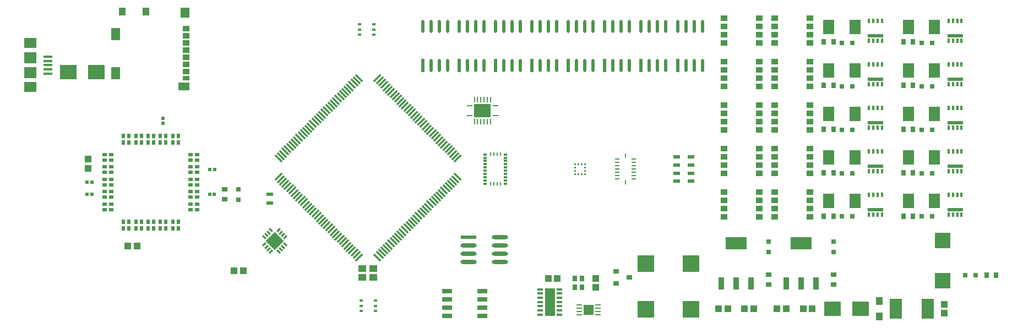
<source format=gbr>
%TF.GenerationSoftware,Altium Limited,Altium Designer,22.4.2 (48)*%
G04 Layer_Color=8421504*
%FSLAX45Y45*%
%MOMM*%
%TF.SameCoordinates,DD45EC1B-027E-4741-A071-7A00BA1CB46E*%
%TF.FilePolarity,Positive*%
%TF.FileFunction,Paste,Top*%
%TF.Part,Single*%
G01*
G75*
%TA.AperFunction,SMDPad,CuDef*%
%ADD17R,1.52500X0.65000*%
%ADD18R,1.78000X2.16000*%
%ADD19R,0.70000X0.90000*%
%ADD20R,2.45000X2.35000*%
%ADD21R,0.80000X0.90000*%
G04:AMPARAMS|DCode=22|XSize=0.85mm|YSize=0.25mm|CornerRadius=0.125mm|HoleSize=0mm|Usage=FLASHONLY|Rotation=0.000|XOffset=0mm|YOffset=0mm|HoleType=Round|Shape=RoundedRectangle|*
%AMROUNDEDRECTD22*
21,1,0.85000,0.00000,0,0,0.0*
21,1,0.60000,0.25000,0,0,0.0*
1,1,0.25000,0.30000,0.00000*
1,1,0.25000,-0.30000,0.00000*
1,1,0.25000,-0.30000,0.00000*
1,1,0.25000,0.30000,0.00000*
%
%ADD22ROUNDEDRECTD22*%
%ADD23R,1.50000X1.60000*%
%ADD24R,1.65000X4.25000*%
%ADD25R,0.85000X0.35000*%
%ADD26R,1.05000X1.10000*%
%ADD27R,1.10000X1.05000*%
G04:AMPARAMS|DCode=28|XSize=2.46916mm|YSize=0.62213mm|CornerRadius=0.31107mm|HoleSize=0mm|Usage=FLASHONLY|Rotation=0.000|XOffset=0mm|YOffset=0mm|HoleType=Round|Shape=RoundedRectangle|*
%AMROUNDEDRECTD28*
21,1,2.46916,0.00000,0,0,0.0*
21,1,1.84702,0.62213,0,0,0.0*
1,1,0.62213,0.92351,0.00000*
1,1,0.62213,-0.92351,0.00000*
1,1,0.62213,-0.92351,0.00000*
1,1,0.62213,0.92351,0.00000*
%
%ADD28ROUNDEDRECTD28*%
%ADD29R,2.46916X0.62213*%
G04:AMPARAMS|DCode=30|XSize=0.3mm|YSize=1.5mm|CornerRadius=0mm|HoleSize=0mm|Usage=FLASHONLY|Rotation=315.000|XOffset=0mm|YOffset=0mm|HoleType=Round|Shape=Rectangle|*
%AMROTATEDRECTD30*
4,1,4,-0.63640,-0.42426,0.42426,0.63640,0.63640,0.42426,-0.42426,-0.63640,-0.63640,-0.42426,0.0*
%
%ADD30ROTATEDRECTD30*%

%ADD31R,1.10000X0.60000*%
%TA.AperFunction,SMDPad,SMDef*%
%ADD32R,0.47500X0.35000*%
%ADD33R,0.25000X0.47500*%
%TA.AperFunction,SMDPad,CuDef*%
%ADD34R,0.51535X0.47247*%
%ADD35R,0.60000X0.40000*%
%ADD36R,0.90000X0.70000*%
%ADD37R,0.47247X0.51535*%
%ADD38R,0.80000X0.80000*%
%ADD39R,0.90000X1.85000*%
%ADD40R,2.50000X2.30000*%
%ADD41R,3.20000X1.85000*%
%ADD42R,0.80000X0.80000*%
%ADD43O,0.50000X2.00000*%
%ADD44R,0.50000X2.00000*%
%ADD45R,0.90000X0.80000*%
%ADD46R,2.50000X2.50000*%
%ADD47R,1.00000X1.15000*%
%ADD48R,1.95580X3.14960*%
%ADD49R,1.14000X0.91000*%
%ADD50R,0.40640X0.68580*%
%ADD51R,2.43840X0.55880*%
%TA.AperFunction,ConnectorPad*%
%ADD53R,1.35000X0.40000*%
%TA.AperFunction,SMDPad,CuDef*%
G04:AMPARAMS|DCode=56|XSize=0.3mm|YSize=1.5mm|CornerRadius=0mm|HoleSize=0mm|Usage=FLASHONLY|Rotation=45.000|XOffset=0mm|YOffset=0mm|HoleType=Round|Shape=Rectangle|*
%AMROTATEDRECTD56*
4,1,4,0.42426,-0.63640,-0.63640,0.42426,-0.42426,0.63640,0.63640,-0.42426,0.42426,-0.63640,0.0*
%
%ADD56ROTATEDRECTD56*%

%ADD57R,1.20000X1.00000*%
%ADD58R,0.67500X0.25000*%
%ADD59R,0.25000X0.67500*%
%ADD60R,0.85000X0.28000*%
%ADD61R,0.28000X0.85000*%
%ADD62R,2.55000X2.05000*%
%TA.AperFunction,ConnectorPad*%
%ADD65R,1.35000X1.90000*%
%ADD66R,1.00000X1.20000*%
%ADD67R,1.35000X1.55000*%
%ADD68R,1.10000X0.85000*%
%ADD69R,1.10000X0.75000*%
%ADD70R,1.80000X1.17000*%
%ADD71R,1.90000X1.80000*%
%TA.AperFunction,SMDPad,CuDef*%
%ADD72P,2.82843X4X180.0*%
G04:AMPARAMS|DCode=73|XSize=0.65mm|YSize=0.25mm|CornerRadius=0mm|HoleSize=0mm|Usage=FLASHONLY|Rotation=135.000|XOffset=0mm|YOffset=0mm|HoleType=Round|Shape=Rectangle|*
%AMROTATEDRECTD73*
4,1,4,0.31820,-0.14142,0.14142,-0.31820,-0.31820,0.14142,-0.14142,0.31820,0.31820,-0.14142,0.0*
%
%ADD73ROTATEDRECTD73*%

G04:AMPARAMS|DCode=74|XSize=0.65mm|YSize=0.25mm|CornerRadius=0mm|HoleSize=0mm|Usage=FLASHONLY|Rotation=45.000|XOffset=0mm|YOffset=0mm|HoleType=Round|Shape=Rectangle|*
%AMROTATEDRECTD74*
4,1,4,-0.14142,-0.31820,-0.31820,-0.14142,0.14142,0.31820,0.31820,0.14142,-0.14142,-0.31820,0.0*
%
%ADD74ROTATEDRECTD74*%

%TA.AperFunction,Conductor*%
%ADD76R,1.89997X1.57500*%
%TA.AperFunction,NonConductor*%
%ADD124R,0.58003X0.71999*%
%ADD125R,0.57998X0.71999*%
%ADD126R,0.72004X0.57998*%
%ADD127R,0.71999X0.57998*%
%ADD128R,0.71999X0.58003*%
%ADD129R,0.72004X0.58003*%
G36*
X9536416Y3487120D02*
X9537119Y3486416D01*
X9537500Y3485497D01*
Y3485000D01*
Y3465000D01*
Y3464503D01*
X9537119Y3463584D01*
X9536416Y3462881D01*
X9535497Y3462500D01*
X9512003D01*
X9511084Y3462881D01*
X9510381Y3463584D01*
X9510000Y3464503D01*
Y3465000D01*
Y3485000D01*
Y3485497D01*
X9510381Y3486416D01*
X9511084Y3487120D01*
X9512003Y3487500D01*
X9512500D01*
Y3487500D01*
X9535000Y3487500D01*
X9535497D01*
X9536416Y3487120D01*
D02*
G37*
G36*
Y3437119D02*
X9537119Y3436416D01*
X9537500Y3435497D01*
Y3435000D01*
Y3415000D01*
Y3414503D01*
X9537119Y3413584D01*
X9536416Y3412880D01*
X9535497Y3412500D01*
X9535000D01*
Y3412500D01*
X9512500Y3412500D01*
X9512003D01*
X9511084Y3412880D01*
X9510381Y3413584D01*
X9510000Y3414503D01*
Y3415000D01*
Y3435000D01*
Y3435497D01*
X9510381Y3436416D01*
X9511084Y3437119D01*
X9512003Y3437500D01*
X9535497D01*
X9536416Y3437119D01*
D02*
G37*
G36*
X9586416D02*
X9587120Y3436416D01*
X9587500Y3435497D01*
Y3435000D01*
X9587500D01*
X9587500Y3412500D01*
Y3412003D01*
X9587120Y3411084D01*
X9586416Y3410381D01*
X9585497Y3410000D01*
X9564503D01*
X9563584Y3410381D01*
X9562881Y3411084D01*
X9562500Y3412003D01*
Y3412500D01*
Y3435000D01*
Y3435497D01*
X9562881Y3436416D01*
X9563584Y3437119D01*
X9564503Y3437500D01*
X9585497D01*
X9586416Y3437119D01*
D02*
G37*
G36*
X9535000Y3537500D02*
X9535497D01*
X9536416Y3537119D01*
X9537119Y3536416D01*
X9537500Y3535497D01*
Y3535000D01*
D01*
Y3515000D01*
Y3514503D01*
X9537119Y3513584D01*
X9536416Y3512880D01*
X9535497Y3512500D01*
X9535000D01*
Y3512500D01*
X9512500Y3512500D01*
X9512003D01*
X9511084Y3512880D01*
X9510381Y3513584D01*
X9510000Y3514503D01*
Y3515000D01*
D01*
Y3535000D01*
Y3535497D01*
X9510381Y3536416D01*
X9511084Y3537119D01*
X9512003Y3537500D01*
X9512500D01*
D01*
X9535000D01*
D02*
G37*
G36*
X9537500Y3565000D02*
Y3564503D01*
X9537119Y3563584D01*
X9536416Y3562881D01*
X9535497Y3562500D01*
X9535000D01*
D01*
X9512500D01*
X9512003D01*
X9511084Y3562881D01*
X9510381Y3563584D01*
X9510000Y3564503D01*
Y3565000D01*
D01*
Y3585000D01*
Y3585497D01*
X9510381Y3586416D01*
X9511084Y3587120D01*
X9512003Y3587500D01*
X9512500D01*
Y3587500D01*
X9535000Y3587500D01*
X9535497D01*
X9536416Y3587120D01*
X9537119Y3586416D01*
X9537500Y3585497D01*
Y3585000D01*
D01*
Y3565000D01*
D02*
G37*
G36*
X9562500D02*
Y3587500D01*
Y3587997D01*
X9562881Y3588916D01*
X9563584Y3589619D01*
X9564503Y3590000D01*
X9565000D01*
D01*
X9585000D01*
X9585497D01*
X9586416Y3589619D01*
X9587120Y3588916D01*
X9587500Y3587997D01*
Y3587500D01*
X9587500D01*
X9587500Y3565000D01*
Y3564503D01*
X9587120Y3563584D01*
X9586416Y3562881D01*
X9585497Y3562500D01*
X9585000D01*
D01*
X9565000D01*
X9564503D01*
X9563584Y3562881D01*
X9562881Y3563584D01*
X9562500Y3564503D01*
Y3565000D01*
D01*
D02*
G37*
G36*
X9612500Y3435000D02*
Y3435497D01*
X9612880Y3436416D01*
X9613584Y3437119D01*
X9614503Y3437500D01*
X9615000D01*
D01*
X9635000D01*
X9635497D01*
X9636416Y3437119D01*
X9637119Y3436416D01*
X9637500Y3435497D01*
Y3435000D01*
D01*
Y3412500D01*
Y3412003D01*
X9637119Y3411084D01*
X9636416Y3410381D01*
X9635497Y3410000D01*
X9635000D01*
D01*
X9615000D01*
X9614503D01*
X9613584Y3410381D01*
X9612880Y3411084D01*
X9612500Y3412003D01*
Y3412500D01*
X9612500D01*
X9612500Y3435000D01*
D02*
G37*
G36*
X9687500Y3437500D02*
X9687997D01*
X9688916Y3437119D01*
X9689619Y3436416D01*
X9690000Y3435497D01*
Y3435000D01*
D01*
Y3415000D01*
Y3414503D01*
X9689619Y3413584D01*
X9688916Y3412880D01*
X9687997Y3412500D01*
X9687500D01*
Y3412500D01*
X9665000Y3412500D01*
X9664503D01*
X9663584Y3412880D01*
X9662881Y3413584D01*
X9662500Y3414503D01*
Y3415000D01*
D01*
Y3435000D01*
Y3435497D01*
X9662881Y3436416D01*
X9663584Y3437119D01*
X9664503Y3437500D01*
X9665000D01*
D01*
X9687500D01*
D02*
G37*
G36*
X9662500Y3465000D02*
Y3485000D01*
Y3485497D01*
X9662881Y3486416D01*
X9663584Y3487120D01*
X9664503Y3487500D01*
X9665000D01*
Y3487500D01*
X9687500Y3487500D01*
X9687997D01*
X9688916Y3487120D01*
X9689619Y3486416D01*
X9690000Y3485497D01*
Y3485000D01*
D01*
Y3465000D01*
Y3464503D01*
X9689619Y3463584D01*
X9688916Y3462881D01*
X9687997Y3462500D01*
X9687500D01*
D01*
X9665000D01*
X9664503D01*
X9663584Y3462881D01*
X9662881Y3463584D01*
X9662500Y3464503D01*
Y3465000D01*
D01*
D02*
G37*
G36*
X9688916Y3587120D02*
X9689619Y3586416D01*
X9690000Y3585497D01*
Y3585000D01*
Y3565000D01*
Y3564503D01*
X9689619Y3563584D01*
X9688916Y3562881D01*
X9687997Y3562500D01*
X9664503D01*
X9663584Y3562881D01*
X9662881Y3563584D01*
X9662500Y3564503D01*
Y3565000D01*
Y3585000D01*
Y3585497D01*
X9662881Y3586416D01*
X9663584Y3587120D01*
X9664503Y3587500D01*
X9665000D01*
Y3587500D01*
X9687500Y3587500D01*
X9687997D01*
X9688916Y3587120D01*
D02*
G37*
G36*
X9636416Y3589619D02*
X9637119Y3588916D01*
X9637500Y3587997D01*
Y3587500D01*
Y3565000D01*
Y3564503D01*
X9637119Y3563584D01*
X9636416Y3562881D01*
X9635497Y3562500D01*
X9614503D01*
X9613584Y3562881D01*
X9612880Y3563584D01*
X9612500Y3564503D01*
Y3565000D01*
X9612500D01*
X9612500Y3587500D01*
Y3587997D01*
X9612880Y3588916D01*
X9613584Y3589619D01*
X9614503Y3590000D01*
X9635497D01*
X9636416Y3589619D01*
D02*
G37*
G36*
X9688916Y3537119D02*
X9689619Y3536416D01*
X9690000Y3535497D01*
Y3535000D01*
Y3515000D01*
Y3514503D01*
X9689619Y3513584D01*
X9688916Y3512880D01*
X9687997Y3512500D01*
X9687500D01*
Y3512500D01*
X9665000Y3512500D01*
X9664503D01*
X9663584Y3512880D01*
X9662881Y3513584D01*
X9662500Y3514503D01*
Y3515000D01*
Y3535000D01*
Y3535497D01*
X9662881Y3536416D01*
X9663584Y3537119D01*
X9664503Y3537500D01*
X9687997D01*
X9688916Y3537119D01*
D02*
G37*
D17*
X7553800Y1240491D02*
D03*
Y1621491D02*
D03*
X8096200D02*
D03*
Y1494491D02*
D03*
Y1367491D02*
D03*
Y1240491D02*
D03*
X7553800Y1367491D02*
D03*
Y1494491D02*
D03*
D18*
X14647501Y5690000D02*
D03*
X13422499Y5690002D02*
D03*
X14647502Y5020002D02*
D03*
X13422501D02*
D03*
X14647499Y4350002D02*
D03*
X13422501D02*
D03*
X13422499Y3680002D02*
D03*
X14647501Y3010002D02*
D03*
X13422501D02*
D03*
X14647501Y3680002D02*
D03*
X13827498Y3010002D02*
D03*
X15052499Y5690000D02*
D03*
X13827499Y4350002D02*
D03*
X13827502Y3680002D02*
D03*
X13827498Y5020002D02*
D03*
X13827502Y5690002D02*
D03*
X15052498Y3680002D02*
D03*
X15052502Y4350002D02*
D03*
X15052499Y3010002D02*
D03*
X15052499Y5020002D02*
D03*
D19*
X14570000Y5455000D02*
D03*
X13344998Y5455001D02*
D03*
X14569998Y4785001D02*
D03*
X13345004D02*
D03*
X14569998Y4115001D02*
D03*
X13344998D02*
D03*
Y3445001D02*
D03*
X14569998Y2775001D02*
D03*
X13345004D02*
D03*
X16000002Y1865000D02*
D03*
X14570003Y3445001D02*
D03*
X15849998Y1865000D02*
D03*
X13495001Y2775001D02*
D03*
X14720000Y5455000D02*
D03*
X13494997Y4115001D02*
D03*
X13495001Y3445001D02*
D03*
Y4785001D02*
D03*
Y5455001D02*
D03*
X14720001Y3445001D02*
D03*
Y4115001D02*
D03*
X14719995Y2775001D02*
D03*
X14720001Y4785001D02*
D03*
D20*
X15174998Y2405000D02*
D03*
Y1785001D02*
D03*
D21*
X9630002Y1680001D02*
D03*
Y1820001D02*
D03*
X9520002D02*
D03*
Y1680001D02*
D03*
D22*
X9585002Y1410001D02*
D03*
Y1360001D02*
D03*
Y1310001D02*
D03*
Y1260001D02*
D03*
X9875002D02*
D03*
Y1310001D02*
D03*
Y1360001D02*
D03*
Y1410001D02*
D03*
D23*
X9730002Y1335001D02*
D03*
D24*
X9135002Y1455001D02*
D03*
D25*
X8990002Y1260001D02*
D03*
Y1325001D02*
D03*
Y1390001D02*
D03*
Y1455001D02*
D03*
Y1520001D02*
D03*
Y1585001D02*
D03*
Y1650001D02*
D03*
X9280002D02*
D03*
Y1585001D02*
D03*
Y1520001D02*
D03*
Y1455001D02*
D03*
Y1390001D02*
D03*
Y1325001D02*
D03*
Y1260001D02*
D03*
D26*
X9110002Y1815001D02*
D03*
X9250002D02*
D03*
X2785000Y2320000D02*
D03*
X2645000D02*
D03*
X4280000Y1935000D02*
D03*
X4420000D02*
D03*
X11730002Y1350000D02*
D03*
X12630002Y1349999D02*
D03*
X13169998Y1349999D02*
D03*
X13029999D02*
D03*
X11870001Y1350000D02*
D03*
X12269998Y1349999D02*
D03*
X12129999D02*
D03*
X12770001Y1349999D02*
D03*
D27*
X9845002Y1820001D02*
D03*
Y1680001D02*
D03*
X2035000Y3510000D02*
D03*
Y3650000D02*
D03*
X15200002Y1419998D02*
D03*
Y1279999D02*
D03*
D28*
X8371360Y2450500D02*
D03*
Y2323500D02*
D03*
Y2196500D02*
D03*
Y2069500D02*
D03*
X7888640D02*
D03*
Y2196500D02*
D03*
Y2323500D02*
D03*
D29*
Y2450500D02*
D03*
D30*
X6482843Y4899999D02*
D03*
X6518197Y4864645D02*
D03*
X6553554Y4829288D02*
D03*
X6588907Y4793935D02*
D03*
X6624264Y4758578D02*
D03*
X6659618Y4723224D02*
D03*
X6694975Y4687867D02*
D03*
X6730328Y4652514D02*
D03*
X6765685Y4617157D02*
D03*
X6801039Y4581803D02*
D03*
X6836396Y4546446D02*
D03*
X6871749Y4511093D02*
D03*
X6907106Y4475736D02*
D03*
X6942460Y4440382D02*
D03*
X6977817Y4405025D02*
D03*
X7013170Y4369671D02*
D03*
X7048528Y4334314D02*
D03*
X7083881Y4298961D02*
D03*
X7119238Y4263604D02*
D03*
X7154591Y4228250D02*
D03*
X7189949Y4192893D02*
D03*
X7225302Y4157540D02*
D03*
X7260659Y4122183D02*
D03*
X7296013Y4086829D02*
D03*
X7331370Y4051472D02*
D03*
X7366723Y4016119D02*
D03*
X7402080Y3980762D02*
D03*
X7437434Y3945408D02*
D03*
X7472791Y3910051D02*
D03*
X7508144Y3874698D02*
D03*
X7543501Y3839341D02*
D03*
X7578855Y3803987D02*
D03*
X7614212Y3768630D02*
D03*
X7649565Y3733277D02*
D03*
X7684922Y3697920D02*
D03*
X7720276Y3662566D02*
D03*
X6199998Y2142288D02*
D03*
X6164644Y2177641D02*
D03*
X6129287Y2212998D02*
D03*
X6093933Y2248352D02*
D03*
X6058576Y2283709D02*
D03*
X6023223Y2319062D02*
D03*
X5987866Y2354419D02*
D03*
X5952512Y2389773D02*
D03*
X5917155Y2425130D02*
D03*
X5881802Y2460484D02*
D03*
X5846445Y2495841D02*
D03*
X5811091Y2531194D02*
D03*
X5775734Y2566551D02*
D03*
X5740381Y2601904D02*
D03*
X5705024Y2637262D02*
D03*
X5669670Y2672615D02*
D03*
X5634313Y2707972D02*
D03*
X5598960Y2743325D02*
D03*
X5563603Y2778682D02*
D03*
X5528249Y2814036D02*
D03*
X5492892Y2849393D02*
D03*
X5457538Y2884747D02*
D03*
X5422181Y2920104D02*
D03*
X5386828Y2955457D02*
D03*
X5351471Y2990814D02*
D03*
X5316117Y3026168D02*
D03*
X5280760Y3061525D02*
D03*
X5245407Y3096878D02*
D03*
X5210050Y3132235D02*
D03*
X5174696Y3167589D02*
D03*
X5139339Y3202946D02*
D03*
X5103986Y3238299D02*
D03*
X5068629Y3273656D02*
D03*
X5033275Y3309010D02*
D03*
X4997918Y3344367D02*
D03*
X4962565Y3379720D02*
D03*
D31*
X11090002Y3687501D02*
D03*
Y3562498D02*
D03*
Y3437499D02*
D03*
Y3312501D02*
D03*
X11310001D02*
D03*
Y3437499D02*
D03*
Y3562498D02*
D03*
Y3687501D02*
D03*
X4830001Y3115002D02*
D03*
Y2974997D02*
D03*
D32*
X8143751Y3725002D02*
D03*
Y3675000D02*
D03*
Y3625002D02*
D03*
Y3575000D02*
D03*
Y3525002D02*
D03*
Y3475000D02*
D03*
Y3425003D02*
D03*
Y3375000D02*
D03*
Y3325003D02*
D03*
Y3275000D02*
D03*
X8456252D02*
D03*
Y3325003D02*
D03*
Y3375000D02*
D03*
Y3425003D02*
D03*
Y3475000D02*
D03*
Y3525002D02*
D03*
Y3575000D02*
D03*
Y3625002D02*
D03*
Y3675000D02*
D03*
Y3725002D02*
D03*
D33*
X8375003Y3731250D02*
D03*
X8325000D02*
D03*
X8274998D02*
D03*
X8225000D02*
D03*
Y3268752D02*
D03*
X8274998D02*
D03*
X8325000D02*
D03*
X8375003D02*
D03*
D34*
X2022144Y3110000D02*
D03*
X2097856D02*
D03*
X3977856D02*
D03*
X3902144D02*
D03*
X2097856Y3300000D02*
D03*
X2022144D02*
D03*
X3905000Y3490000D02*
D03*
X3980713D02*
D03*
D35*
X6235000Y1315000D02*
D03*
Y1395000D02*
D03*
Y1475000D02*
D03*
X6455000D02*
D03*
Y1395000D02*
D03*
Y1315000D02*
D03*
X6210000Y5565000D02*
D03*
Y5645000D02*
D03*
X6210000Y5725000D02*
D03*
X6430000D02*
D03*
Y5645000D02*
D03*
Y5565000D02*
D03*
D36*
X4135000Y3185000D02*
D03*
Y3035000D02*
D03*
X13499998Y1875001D02*
D03*
Y1724999D02*
D03*
X12500000Y1875001D02*
D03*
Y1724999D02*
D03*
D37*
X3190000Y4202143D02*
D03*
Y4277856D02*
D03*
D38*
X4345000Y3190000D02*
D03*
Y3030000D02*
D03*
X12500001Y2380002D02*
D03*
Y2219997D02*
D03*
X13500002Y2380000D02*
D03*
Y2220000D02*
D03*
D39*
X12770000Y1740000D02*
D03*
X11770000D02*
D03*
X12000000D02*
D03*
X12230000D02*
D03*
X13000000D02*
D03*
X13230000D02*
D03*
D40*
X13485001Y1350000D02*
D03*
X13914998D02*
D03*
X1730000Y4990000D02*
D03*
X2160000D02*
D03*
D41*
X12000000Y2360000D02*
D03*
X13000000D02*
D03*
D42*
X14855000Y5442500D02*
D03*
X15014999D02*
D03*
X13790002Y5442502D02*
D03*
X13629997D02*
D03*
X15014996Y4772502D02*
D03*
X14854997D02*
D03*
X13790002D02*
D03*
X13630002D02*
D03*
X15015002Y4102502D02*
D03*
X14854997D02*
D03*
X13789996D02*
D03*
X13629997D02*
D03*
X15015002Y3432502D02*
D03*
X14855002D02*
D03*
X13790002D02*
D03*
X13629997D02*
D03*
X15525002Y1865001D02*
D03*
X15685001D02*
D03*
X13790002Y2769998D02*
D03*
X13630002D02*
D03*
X14854997Y2770003D02*
D03*
X15014996D02*
D03*
D43*
X8679997Y5694998D02*
D03*
X8552997D02*
D03*
X8425997D02*
D03*
X8298997D02*
D03*
X8679997Y5094999D02*
D03*
X8552997D02*
D03*
X8425997D02*
D03*
X9239997Y5694998D02*
D03*
X9112997D02*
D03*
X8985997D02*
D03*
X8858997D02*
D03*
X9239997Y5094999D02*
D03*
X9112997D02*
D03*
X8985997D02*
D03*
X8119997Y5694998D02*
D03*
X7992997D02*
D03*
X7865997D02*
D03*
X7738997D02*
D03*
X8119997Y5094999D02*
D03*
X7992997D02*
D03*
X7865997D02*
D03*
X7305998D02*
D03*
X7432998D02*
D03*
X7559998D02*
D03*
X7178998Y5694998D02*
D03*
X7305998D02*
D03*
X7432998D02*
D03*
X7559998D02*
D03*
X10359997D02*
D03*
X10232997D02*
D03*
X10105997D02*
D03*
X9978997D02*
D03*
X10359997Y5094999D02*
D03*
X10232997D02*
D03*
X10105997D02*
D03*
X11479997Y5694998D02*
D03*
X11352997D02*
D03*
X11225997D02*
D03*
X11098997D02*
D03*
X11479997Y5094999D02*
D03*
X11352997D02*
D03*
X11225997D02*
D03*
X9799997Y5694998D02*
D03*
X9672997D02*
D03*
X9545997D02*
D03*
X9418997D02*
D03*
X9799997Y5094999D02*
D03*
X9672997D02*
D03*
X9545997D02*
D03*
X10919997Y5694998D02*
D03*
X10792997D02*
D03*
X10665997D02*
D03*
X10538997D02*
D03*
X10919997Y5094999D02*
D03*
X10792997D02*
D03*
X10665997D02*
D03*
D44*
X8298997D02*
D03*
X8858997D02*
D03*
X7738997D02*
D03*
X7178998D02*
D03*
X9978997D02*
D03*
X11098997D02*
D03*
X9418997D02*
D03*
X10538997D02*
D03*
D45*
X10154998Y1930001D02*
D03*
Y1739999D02*
D03*
X10355003Y1835000D02*
D03*
D46*
X11310001Y1345001D02*
D03*
X11310001Y2044999D02*
D03*
X10610002Y1345001D02*
D03*
Y2044999D02*
D03*
D47*
X14200002Y1232499D02*
D03*
Y1467499D02*
D03*
D48*
X14454892Y1349999D02*
D03*
X14945113D02*
D03*
D49*
X12591996Y5825500D02*
D03*
Y5698500D02*
D03*
Y5571500D02*
D03*
Y5444500D02*
D03*
X13137996Y5825500D02*
D03*
Y5698500D02*
D03*
Y5571500D02*
D03*
Y5444500D02*
D03*
X11811997Y3145500D02*
D03*
Y3018500D02*
D03*
Y2891500D02*
D03*
Y2764500D02*
D03*
X12357997Y3145500D02*
D03*
Y3018500D02*
D03*
Y2891500D02*
D03*
Y2764500D02*
D03*
X12591996Y3145500D02*
D03*
Y3018500D02*
D03*
Y2891500D02*
D03*
Y2764500D02*
D03*
X13137996Y3145500D02*
D03*
Y3018500D02*
D03*
Y2891500D02*
D03*
Y2764500D02*
D03*
X11811997Y3815500D02*
D03*
Y3688500D02*
D03*
Y3561500D02*
D03*
Y3434500D02*
D03*
X12357997Y3815500D02*
D03*
Y3688500D02*
D03*
Y3561500D02*
D03*
Y3434500D02*
D03*
X12591996Y3815500D02*
D03*
Y3688500D02*
D03*
Y3561500D02*
D03*
Y3434500D02*
D03*
X13137996Y3815500D02*
D03*
Y3688500D02*
D03*
Y3561500D02*
D03*
Y3434500D02*
D03*
X11811997Y4485500D02*
D03*
Y4358500D02*
D03*
Y4231500D02*
D03*
Y4104500D02*
D03*
X12357997Y4485500D02*
D03*
Y4358500D02*
D03*
Y4231500D02*
D03*
Y4104500D02*
D03*
X12591996Y4485500D02*
D03*
Y4358500D02*
D03*
Y4231500D02*
D03*
Y4104500D02*
D03*
X13137996Y4485500D02*
D03*
Y4358500D02*
D03*
Y4231500D02*
D03*
Y4104500D02*
D03*
X11811997Y5155500D02*
D03*
Y5028500D02*
D03*
Y4901500D02*
D03*
Y4774500D02*
D03*
X12357997Y5155500D02*
D03*
Y5028500D02*
D03*
Y4901500D02*
D03*
Y4774500D02*
D03*
X12591996Y5155500D02*
D03*
Y5028500D02*
D03*
Y4901500D02*
D03*
Y4774500D02*
D03*
X13137996Y5155500D02*
D03*
Y5028500D02*
D03*
Y4901500D02*
D03*
Y4774500D02*
D03*
X11811997Y5825500D02*
D03*
Y5698500D02*
D03*
Y5571500D02*
D03*
Y5444500D02*
D03*
X12357997Y5825500D02*
D03*
Y5698500D02*
D03*
Y5571500D02*
D03*
Y5444500D02*
D03*
D50*
X14045003Y2797740D02*
D03*
X14110001D02*
D03*
X14174998D02*
D03*
X14239998D02*
D03*
Y3100000D02*
D03*
X14174998D02*
D03*
X14110001D02*
D03*
X14045003D02*
D03*
X15270004Y5780000D02*
D03*
X15335004D02*
D03*
X15400002D02*
D03*
X15464999D02*
D03*
Y5477740D02*
D03*
X15400002D02*
D03*
X15335004D02*
D03*
X15270004D02*
D03*
X14045007Y4440000D02*
D03*
X14110007D02*
D03*
X14175005D02*
D03*
X14240002D02*
D03*
Y4137740D02*
D03*
X14175005D02*
D03*
X14110007D02*
D03*
X14045007D02*
D03*
Y3770000D02*
D03*
X14110007D02*
D03*
X14175005D02*
D03*
X14240002D02*
D03*
Y3467740D02*
D03*
X14175005D02*
D03*
X14110007D02*
D03*
X14045007D02*
D03*
X14045003Y5110000D02*
D03*
X14110001D02*
D03*
X14174998D02*
D03*
X14239998D02*
D03*
Y4807740D02*
D03*
X14174998D02*
D03*
X14110001D02*
D03*
X14045003D02*
D03*
X14045007Y5780000D02*
D03*
X14110007D02*
D03*
X14175005D02*
D03*
X14240002D02*
D03*
Y5477740D02*
D03*
X14175005D02*
D03*
X14110007D02*
D03*
X14045007D02*
D03*
X15270003Y3770000D02*
D03*
X15335001D02*
D03*
X15399998D02*
D03*
X15464998D02*
D03*
Y3467740D02*
D03*
X15399998D02*
D03*
X15335001D02*
D03*
X15270003D02*
D03*
X15270007Y4440000D02*
D03*
X15335005D02*
D03*
X15400005D02*
D03*
X15465002D02*
D03*
Y4137740D02*
D03*
X15400005D02*
D03*
X15335005D02*
D03*
X15270007D02*
D03*
X15270003Y3100000D02*
D03*
X15335001D02*
D03*
X15399998D02*
D03*
X15464998D02*
D03*
Y2797740D02*
D03*
X15399998D02*
D03*
X15335001D02*
D03*
X15270003D02*
D03*
X15270007Y5110000D02*
D03*
X15335005D02*
D03*
X15400005D02*
D03*
X15465002D02*
D03*
Y4807740D02*
D03*
X15400005D02*
D03*
X15335005D02*
D03*
X15270007D02*
D03*
D51*
X14142502Y2873229D02*
D03*
X15367502Y5553230D02*
D03*
X14142502Y4213229D02*
D03*
Y3543229D02*
D03*
Y4883228D02*
D03*
Y5553228D02*
D03*
X15367502Y3543229D02*
D03*
Y4213229D02*
D03*
Y2873229D02*
D03*
Y4883228D02*
D03*
D53*
X1417498Y5229998D02*
D03*
Y5034998D02*
D03*
Y5100001D02*
D03*
Y4969999D02*
D03*
X1417499Y5165000D02*
D03*
D56*
X7720276Y3379724D02*
D03*
X7684922Y3344371D02*
D03*
X7649565Y3309013D02*
D03*
X7614212Y3273660D02*
D03*
X7578855Y3238303D02*
D03*
X7543501Y3202949D02*
D03*
X7508144Y3167592D02*
D03*
X7472791Y3132239D02*
D03*
X7437434Y3096882D02*
D03*
X7402080Y3061528D02*
D03*
X7366723Y3026171D02*
D03*
X7331370Y2990818D02*
D03*
X7296013Y2955461D02*
D03*
X7260659Y2920107D02*
D03*
X7225302Y2884750D02*
D03*
X7189949Y2849397D02*
D03*
X7154591Y2814040D02*
D03*
X7119238Y2778686D02*
D03*
X7083881Y2743329D02*
D03*
X7048527Y2707976D02*
D03*
X7013170Y2672619D02*
D03*
X6977817Y2637265D02*
D03*
X6942460Y2601908D02*
D03*
X6907106Y2566555D02*
D03*
X6871749Y2531198D02*
D03*
X6836396Y2495844D02*
D03*
X6801039Y2460487D02*
D03*
X6765685Y2425134D02*
D03*
X6730328Y2389777D02*
D03*
X6694975Y2354423D02*
D03*
X6659618Y2319066D02*
D03*
X6624264Y2283712D02*
D03*
X6588907Y2248355D02*
D03*
X6553554Y2213002D02*
D03*
X6518197Y2177645D02*
D03*
X6482843Y2142291D02*
D03*
X4962568Y3662566D02*
D03*
X4997922Y3697920D02*
D03*
X5033279Y3733277D02*
D03*
X5068632Y3768630D02*
D03*
X5103990Y3803987D02*
D03*
X5139343Y3839341D02*
D03*
X5174700Y3874698D02*
D03*
X5210054Y3910051D02*
D03*
X5245411Y3945408D02*
D03*
X5280764Y3980762D02*
D03*
X5316121Y4016119D02*
D03*
X5351474Y4051472D02*
D03*
X5386831Y4086829D02*
D03*
X5422185Y4122183D02*
D03*
X5457542Y4157540D02*
D03*
X5492895Y4192893D02*
D03*
X5528252Y4228250D02*
D03*
X5563606Y4263604D02*
D03*
X5598963Y4298961D02*
D03*
X5634317Y4334315D02*
D03*
X5669674Y4369672D02*
D03*
X5705027Y4405025D02*
D03*
X5740384Y4440382D02*
D03*
X5775738Y4475736D02*
D03*
X5811095Y4511093D02*
D03*
X5846448Y4546446D02*
D03*
X5881805Y4581803D02*
D03*
X5917159Y4617157D02*
D03*
X5952516Y4652514D02*
D03*
X5987869Y4687867D02*
D03*
X6023226Y4723224D02*
D03*
X6058580Y4758578D02*
D03*
X6093937Y4793935D02*
D03*
X6129291Y4829288D02*
D03*
X6164648Y4864645D02*
D03*
X6200001Y4899999D02*
D03*
D57*
X6255002Y1835001D02*
D03*
X6424999D02*
D03*
Y1964998D02*
D03*
X6255002D02*
D03*
D58*
X10426251Y3650000D02*
D03*
Y3600002D02*
D03*
Y3550000D02*
D03*
Y3500002D02*
D03*
Y3450000D02*
D03*
Y3400003D02*
D03*
Y3350000D02*
D03*
X10173750D02*
D03*
Y3400003D02*
D03*
Y3450000D02*
D03*
Y3500002D02*
D03*
Y3550000D02*
D03*
Y3600002D02*
D03*
Y3650000D02*
D03*
D59*
X10299998Y3298748D02*
D03*
Y3701252D02*
D03*
D60*
X8297500Y4475000D02*
D03*
X7902500D02*
D03*
Y4324998D02*
D03*
X8297500D02*
D03*
D61*
X8224998Y4572501D02*
D03*
X8175001D02*
D03*
X8124998D02*
D03*
X8075001Y4572500D02*
D03*
X8024998Y4572501D02*
D03*
X7975002D02*
D03*
Y4227498D02*
D03*
X8024998D02*
D03*
X8075001Y4227497D02*
D03*
X8124998Y4227498D02*
D03*
X8175001D02*
D03*
X8224998D02*
D03*
D62*
X8100000Y4399999D02*
D03*
D65*
X2458748Y4977752D02*
D03*
Y5574748D02*
D03*
D66*
X2926250Y5924750D02*
D03*
X2556248D02*
D03*
D67*
X3528748Y5907250D02*
D03*
D68*
X3541250Y5661251D02*
D03*
Y5551248D02*
D03*
Y5441251D02*
D03*
X3541250Y5331249D02*
D03*
X3541250Y5221251D02*
D03*
Y5111249D02*
D03*
X3541250Y5001252D02*
D03*
D69*
Y4896248D02*
D03*
D70*
X3506249Y4775248D02*
D03*
D71*
X1150001Y5214997D02*
D03*
X1150001Y4985000D02*
D03*
D72*
X4904999Y2395000D02*
D03*
D73*
X4742363Y2451568D02*
D03*
X4777720Y2486925D02*
D03*
X4813073Y2522279D02*
D03*
X4848430Y2557636D02*
D03*
X5067635Y2338432D02*
D03*
X5032278Y2303075D02*
D03*
X4996924Y2267721D02*
D03*
X4961567Y2232364D02*
D03*
D74*
Y2557636D02*
D03*
X4996924Y2522279D02*
D03*
X5032278Y2486925D02*
D03*
X5067635Y2451568D02*
D03*
X4848430Y2232364D02*
D03*
X4813073Y2267721D02*
D03*
X4777720Y2303075D02*
D03*
X4742363Y2338432D02*
D03*
D76*
X1149985Y4761259D02*
D03*
X1150000Y5438772D02*
D03*
D124*
X2577501Y2589999D02*
D03*
Y2689999D02*
D03*
X3232501Y2589999D02*
D03*
Y2689999D02*
D03*
Y4010001D02*
D03*
Y3910001D02*
D03*
X2577501Y4010001D02*
D03*
Y3910001D02*
D03*
X2957500Y4010001D02*
D03*
Y3910001D02*
D03*
Y2589999D02*
D03*
Y2689999D02*
D03*
D125*
X2662502Y2589999D02*
D03*
Y2689999D02*
D03*
X2767500Y2589999D02*
D03*
Y2689999D02*
D03*
X2852499Y2589999D02*
D03*
Y2689999D02*
D03*
X3147499Y2589999D02*
D03*
Y2689999D02*
D03*
X3337502Y2589999D02*
D03*
Y2689999D02*
D03*
X3422500Y2589999D02*
D03*
Y2689999D02*
D03*
Y4010001D02*
D03*
Y3910001D02*
D03*
X3337502Y4010001D02*
D03*
Y3910001D02*
D03*
X3147499Y4010001D02*
D03*
Y3910001D02*
D03*
X2852499Y4010001D02*
D03*
Y3910001D02*
D03*
X2767500Y4010001D02*
D03*
Y3910001D02*
D03*
X2662502Y4010001D02*
D03*
Y3910001D02*
D03*
X3042501Y4010001D02*
D03*
Y3910001D02*
D03*
Y2589999D02*
D03*
Y2689999D02*
D03*
D126*
X3710000Y2877501D02*
D03*
X3610000D02*
D03*
X3710000Y2962500D02*
D03*
X3610000D02*
D03*
X3710000Y3637500D02*
D03*
X3610000D02*
D03*
X3710000Y3722499D02*
D03*
X3610000D02*
D03*
X3710000Y3067549D02*
D03*
X3610000D02*
D03*
X3710000Y3532451D02*
D03*
X3610000D02*
D03*
X3710000Y3342499D02*
D03*
X3610000D02*
D03*
X3710000Y3257501D02*
D03*
X3610000D02*
D03*
D127*
X2290001Y3722499D02*
D03*
X2390000D02*
D03*
X2290001Y3637500D02*
D03*
X2390000D02*
D03*
X2290001Y2962500D02*
D03*
X2390000D02*
D03*
X2290001Y2877501D02*
D03*
X2390000D02*
D03*
X2290001Y3067499D02*
D03*
X2390000D02*
D03*
X2290001Y3532451D02*
D03*
X2390000D02*
D03*
X2290001Y3342499D02*
D03*
X2390000D02*
D03*
X2290001Y3257501D02*
D03*
X2390000D02*
D03*
D128*
X2290001Y3152550D02*
D03*
X2390000D02*
D03*
X2290001Y3447450D02*
D03*
X2390000D02*
D03*
D129*
X3710000Y3152550D02*
D03*
X3610000D02*
D03*
X3710000Y3447450D02*
D03*
X3610000D02*
D03*
%TF.MD5,3f0b079570c930a5bcf962aee61335b5*%
M02*

</source>
